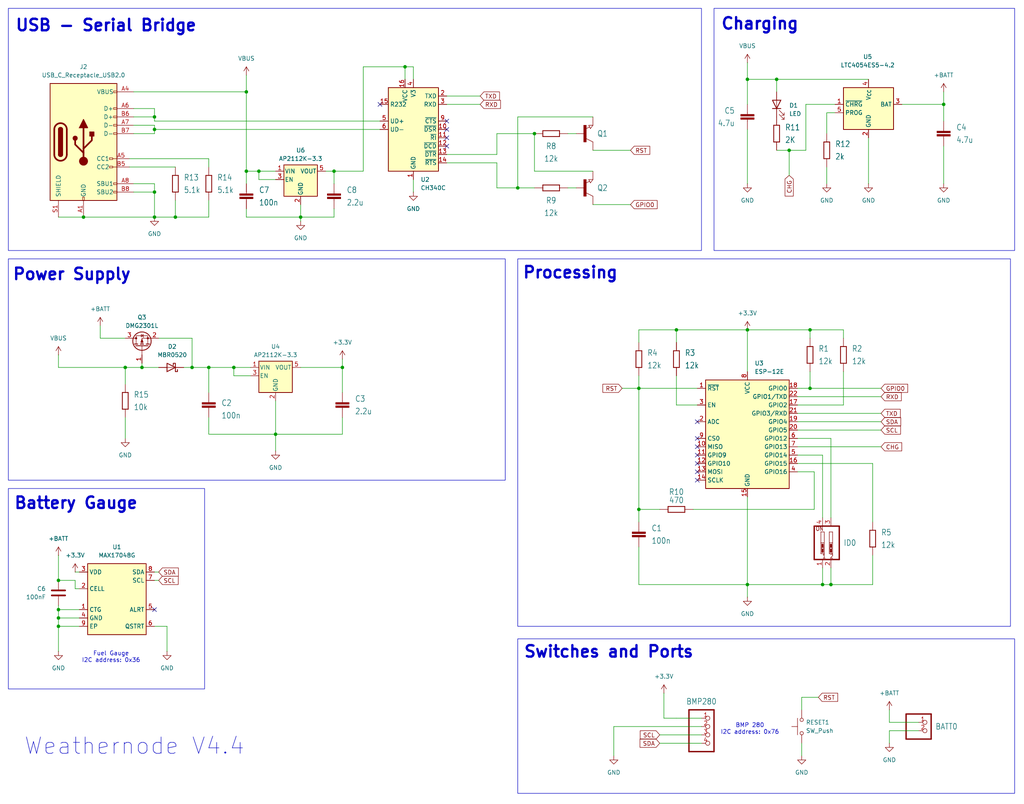
<source format=kicad_sch>
(kicad_sch (version 20250114) (generator "eeschema") (generator_version "9.0")
  (paper "User" 311.455 244.526)
  (lib_symbols
    (symbol "+BATT_1" (power) (pin_numbers (hide yes)) (pin_names (offset 0) (hide yes))
      (property "Value" "+BATT" (at 0 3.556 0))
      (symbol "+BATT_1_1_1"
        (pin power_in line (at 0 0 90) (length 0) (name "~") (number "1"))
      )
    )
    (symbol "Battery_Management:LTC4054ES5-4.2"
      (property "Reference" "U" (at -5.842 6.604 0))
      (property "Value" "LTC4054ES5-4.2" (at 1.524 6.604 0))
      (symbol "LTC4054ES5-4.2_1_1"
        (pin open_collector line (at -10.16 0 0) (length 2.54) (name "~{CHRG}") (number "1"))
        (pin bidirectional line (at -10.16 -2.54 0) (length 2.54) (name "PROG") (number "5"))
        (pin power_in line (at 0 7.62 270) (length 2.54) (name "V_{CC}") (number "4"))
        (pin power_in line (at 0 -10.16 90) (length 2.54) (name "GND") (number "2"))
        (pin power_out line (at 10.16 0 180) (length 2.54) (name "BAT") (number "3"))
      )
    )
    (symbol "Connector:USB_C_Receptacle_USB2.0" (pin_names (offset 1.016))
      (property "Reference" "J1" (at 0 22.86 0))
      (property "Value" "USB_C_Receptacle_USB2.0" (at 0 20.32 0))
      (symbol "USB_C_Receptacle_USB2.0_1_1"
        (pin passive line (at -7.62 -22.86 90) (length 5.08) (name "SHIELD") (number "S1"))
        (pin passive line (at 0 -22.86 90) (length 5.08) (name "GND") (number "A1"))
        (pin passive line (at 0 -22.86 90) (length 5.08) (hide yes) (name "GND") (number "A12"))
        (pin passive line (at 0 -22.86 90) (length 5.08) (hide yes) (name "GND") (number "B1"))
        (pin passive line (at 0 -22.86 90) (length 5.08) (hide yes) (name "GND") (number "B12"))
        (pin bidirectional line (at 13.97 -5.08 180) (length 5.08) (name "CC1") (number "A5"))
        (pin bidirectional line (at 13.97 -7.62 180) (length 5.08) (name "CC2") (number "B5"))
        (pin passive line (at 15.24 15.24 180) (length 5.08) (name "VBUS") (number "A4"))
        (pin passive line (at 15.24 15.24 180) (length 5.08) (hide yes) (name "VBUS") (number "A9"))
        (pin passive line (at 15.24 15.24 180) (length 5.08) (hide yes) (name "VBUS") (number "B4"))
        (pin passive line (at 15.24 15.24 180) (length 5.08) (hide yes) (name "VBUS") (number "B9"))
        (pin bidirectional line (at 15.24 10.16 180) (length 5.08) (name "D+") (number "A6"))
        (pin bidirectional line (at 15.24 7.62 180) (length 5.08) (name "D+") (number "B6"))
        (pin bidirectional line (at 15.24 5.08 180) (length 5.08) (name "D-") (number "A7"))
        (pin bidirectional line (at 15.24 2.54 180) (length 5.08) (name "D-") (number "B7"))
        (pin bidirectional line (at 15.24 -12.7 180) (length 5.08) (name "SBU1") (number "A8"))
        (pin bidirectional line (at 15.24 -15.24 180) (length 5.08) (name "SBU2") (number "B8"))
      )
    )
    (symbol "Device:C" (pin_numbers (hide yes)) (pin_names (offset 0.254))
      (property "Reference" "C" (at 0.635 2.54 0))
      (property "Value" "C" (at 0.635 -2.54 0))
      (symbol "C_1_1"
        (pin passive line (at 0 3.81 270) (length 2.794) (name "~") (number "1"))
        (pin passive line (at 0 -3.81 90) (length 2.794) (name "~") (number "2"))
      )
    )
    (symbol "Device:LED" (pin_numbers (hide yes)) (pin_names (offset 1.016) (hide yes))
      (property "Reference" "D" (at 0 2.54 0))
      (property "Value" "LED" (at 0 -2.54 0))
      (symbol "LED_1_1"
        (pin passive line (at -3.81 0 0) (length 2.54) (name "K") (number "1"))
        (pin passive line (at 3.81 0 180) (length 2.54) (name "A") (number "2"))
      )
    )
    (symbol "Diode:MBR0520" (pin_numbers (hide yes)) (pin_names (offset 1.016) (hide yes))
      (property "Reference" "D" (at 0 2.54 0))
      (property "Value" "MBR0520" (at 0 -2.54 0))
      (symbol "MBR0520_1_1"
        (pin passive line (at -3.81 0 0) (length 2.54) (name "K") (number "1"))
        (pin passive line (at 3.81 0 180) (length 2.54) (name "A") (number "2"))
      )
    )
    (symbol "GND_1" (power) (pin_numbers (hide yes)) (pin_names (offset 0) (hide yes))
      (property "Value" "GND" (at 0 -3.81 0))
      (symbol "GND_1_1_1"
        (pin power_in line (at 0 0 270) (length 0) (name "~") (number "1"))
      )
    )
    (symbol "Interface_USB:CH340C"
      (property "Reference" "U" (at -5.08 13.97 0))
      (property "Value" "CH340C" (at 1.27 13.97 0))
      (symbol "CH340C_1_1"
        (pin input line (at -10.16 7.62 0) (length 2.54) (name "R232") (number "15"))
        (pin bidirectional line (at -10.16 2.54 0) (length 2.54) (name "UD+") (number "5"))
        (pin bidirectional line (at -10.16 0 0) (length 2.54) (name "UD-") (number "6"))
        (pin no_connect line (at -7.62 -5.08 0) (length 2.54) (hide yes) (name "NC") (number "7"))
        (pin no_connect line (at -7.62 -7.62 0) (length 2.54) (hide yes) (name "NC") (number "8"))
        (pin power_in line (at -2.54 15.24 270) (length 2.54) (name "VCC") (number "16"))
        (pin power_out line (at 0 15.24 270) (length 2.54) (name "V3") (number "4"))
        (pin power_in line (at 0 -15.24 90) (length 2.54) (name "GND") (number "1"))
        (pin output line (at 10.16 10.16 180) (length 2.54) (name "TXD") (number "2"))
        (pin input line (at 10.16 7.62 180) (length 2.54) (name "RXD") (number "3"))
        (pin input line (at 10.16 2.54 180) (length 2.54) (name "~{CTS}") (number "9"))
        (pin input line (at 10.16 0 180) (length 2.54) (name "~{DSR}") (number "10"))
        (pin input line (at 10.16 -2.54 180) (length 2.54) (name "~{RI}") (number "11"))
        (pin input line (at 10.16 -5.08 180) (length 2.54) (name "~{DCD}") (number "12"))
        (pin output line (at 10.16 -7.62 180) (length 2.54) (name "~{DTR}") (number "13"))
        (pin output line (at 10.16 -10.16 180) (length 2.54) (name "~{RTS}") (number "14"))
      )
    )
    (symbol "RF_Module:ESP-12E"
      (property "Reference" "U" (at -12.7 19.05 0))
      (property "Value" "ESP-12E" (at 12.7 19.05 0))
      (symbol "ESP-12E_1_1"
        (pin input line (at -15.24 15.24 0) (length 2.54) (name "~{RST}") (number "1"))
        (pin input line (at -15.24 10.16 0) (length 2.54) (name "EN") (number "3"))
        (pin input line (at -15.24 5.08 0) (length 2.54) (name "ADC") (number "2"))
        (pin input line (at -15.24 0 0) (length 2.54) (name "CS0") (number "9"))
        (pin bidirectional line (at -15.24 -2.54 0) (length 2.54) (name "MISO") (number "10"))
        (pin bidirectional line (at -15.24 -5.08 0) (length 2.54) (name "GPIO9") (number "11"))
        (pin bidirectional line (at -15.24 -7.62 0) (length 2.54) (name "GPIO10") (number "12"))
        (pin bidirectional line (at -15.24 -10.16 0) (length 2.54) (name "MOSI") (number "13"))
        (pin bidirectional line (at -15.24 -12.7 0) (length 2.54) (name "SCLK") (number "14"))
        (pin power_in line (at 0 20.32 270) (length 2.54) (name "VCC") (number "8"))
        (pin power_in line (at 0 -17.78 90) (length 2.54) (name "GND") (number "15"))
        (pin bidirectional line (at 15.24 15.24 180) (length 2.54) (name "GPIO0") (number "18"))
        (pin bidirectional line (at 15.24 12.7 180) (length 2.54) (name "GPIO1/TXD") (number "22"))
        (pin bidirectional line (at 15.24 10.16 180) (length 2.54) (name "GPIO2") (number "17"))
        (pin bidirectional line (at 15.24 7.62 180) (length 2.54) (name "GPIO3/RXD") (number "21"))
        (pin bidirectional line (at 15.24 5.08 180) (length 2.54) (name "GPIO4") (number "19"))
        (pin bidirectional line (at 15.24 2.54 180) (length 2.54) (name "GPIO5") (number "20"))
        (pin bidirectional line (at 15.24 0 180) (length 2.54) (name "GPIO12") (number "6"))
        (pin bidirectional line (at 15.24 -2.54 180) (length 2.54) (name "GPIO13") (number "7"))
        (pin bidirectional line (at 15.24 -5.08 180) (length 2.54) (name "GPIO14") (number "5"))
        (pin bidirectional line (at 15.24 -7.62 180) (length 2.54) (name "GPIO15") (number "16"))
        (pin bidirectional line (at 15.24 -10.16 180) (length 2.54) (name "GPIO16") (number "4"))
      )
    )
    (symbol "Regulator_Linear:AP2112K-3.3" (pin_names (offset 0.254))
      (property "Reference" "U" (at -5.08 5.715 0))
      (property "Value" "AP2112K-3.3" (at 0 5.715 0))
      (symbol "AP2112K-3.3_1_1"
        (pin power_in line (at -7.62 2.54 0) (length 2.54) (name "VIN") (number "1"))
        (pin input line (at -7.62 0 0) (length 2.54) (name "EN") (number "3"))
        (pin power_in line (at 0 -7.62 90) (length 2.54) (name "GND") (number "2"))
        (pin no_connect line (at 5.08 0 180) (length 2.54) (hide yes) (name "NC") (number "4"))
        (pin power_out line (at 7.62 2.54 180) (length 2.54) (name "VOUT") (number "5"))
      )
    )
    (symbol "Switch:SW_Push" (pin_numbers (hide yes)) (pin_names (offset 1.016) (hide yes))
      (property "Reference" "SW" (at 1.27 2.54 0))
      (property "Value" "SW_Push" (at 0 -1.524 0))
      (symbol "SW_Push_0_1"
        (pin passive line (at -5.08 0 0) (length 2.54) (name "1") (number "1"))
        (pin passive line (at 5.08 0 180) (length 2.54) (name "2") (number "2"))
      )
    )
    (symbol "Transistor_FET:DMG2301L" (pin_names (hide yes))
      (property "Reference" "Q" (at 5.08 1.905 0))
      (property "Value" "DMG2301L" (at 5.08 0 0))
      (symbol "DMG2301L_1_1"
        (pin input line (at -5.08 0 0) (length 2.54) (name "G") (number "1"))
        (pin passive line (at 2.54 5.08 270) (length 2.54) (name "D") (number "3"))
        (pin passive line (at 2.54 -5.08 90) (length 2.54) (name "S") (number "2"))
      )
    )
    (symbol "Weathernode-eagle-import:C-EUC1210"
      (property "Reference" "C" (at 1.524 0.381 0))
      (symbol "C-EUC1210_1_0"
        (pin passive line (at 0 2.54 270) (length 2.54) (name "1") (number "1"))
        (pin passive line (at 0 -5.08 90) (length 2.54) (name "2") (number "2"))
      )
    )
    (symbol "Weathernode-eagle-import:NPN-TRANSISTOR_SOT23"
      (property "Reference" "Q" (at -10.16 7.62 0))
      (symbol "NPN-TRANSISTOR_SOT23_1_0"
        (pin passive line (at -2.54 0 0) (length 2.54) (name "B") (number "1"))
        (pin passive line (at 2.54 5.08 270) (length 2.54) (name "C") (number "3"))
        (pin passive line (at 2.54 -5.08 90) (length 2.54) (name "E") (number "2"))
      )
    )
    (symbol "Weathernode-eagle-import:PINHD-1X2"
      (property "Reference" "JP" (at -6.35 5.715 0))
      (symbol "PINHD-1X2_1_0"
        (pin passive inverted (at -2.54 2.54 0) (length 2.54) (name "1") (number "1"))
        (pin passive inverted (at -2.54 0 0) (length 2.54) (name "2") (number "2"))
      )
    )
    (symbol "Weathernode-eagle-import:PINHD-1X4"
      (property "Reference" "JP" (at -6.35 8.255 0))
      (symbol "PINHD-1X4_1_0"
        (pin passive inverted (at -2.54 5.08 0) (length 2.54) (name "1") (number "1"))
        (pin passive inverted (at -2.54 2.54 0) (length 2.54) (name "2") (number "2"))
        (pin passive inverted (at -2.54 0 0) (length 2.54) (name "3") (number "3"))
        (pin passive inverted (at -2.54 -2.54 0) (length 2.54) (name "4") (number "4"))
      )
    )
    (symbol "Weathernode-eagle-import:R-EU_R1206"
      (property "Reference" "R" (at -3.81 1.4986 0))
      (symbol "R-EU_R1206_1_0"
        (pin passive line (at -5.08 0 0) (length 2.54) (name "1") (number "1"))
        (pin passive line (at 5.08 0 180) (length 2.54) (name "2") (number "2"))
      )
    )
    (symbol "Weathernode-eagle-import:SW_DIP-2"
      (property "Reference" "SW" (at -5.08 3.175 0))
      (symbol "SW_DIP-2_1_0"
        (text "ON" (at -3.556 -4.699 900) (effects (font (size 1.27 1.0795)) (justify left bottom)))
        (text "2" (at 4.826 -0.381 900) (effects (font (size 1.27 1.0795)) (justify left bottom)))
        (text "1" (at 4.826 -2.667 900) (effects (font (size 1.27 1.0795)) (justify left bottom)))
        (pin passive line (at -7.62 0 0) (length 2.54) (name "3") (number "3"))
        (pin passive line (at -7.62 -2.54 0) (length 2.54) (name "4") (number "4"))
        (pin passive line (at 7.62 0 180) (length 2.54) (name "2") (number "2"))
        (pin passive line (at 7.62 -2.54 180) (length 2.54) (name "1") (number "1"))
      )
    )
    (symbol "omoteLib:MAX17048G"
      (property "Reference" "U" (at -8.89 12.7 0))
      (property "Value" "MAX17048G" (at -3.81 -11.43 0))
      (symbol "MAX17048G_1_1"
        (pin power_in line (at -11.43 8.89 0) (length 2.54) (name "VDD") (number "3"))
        (pin input line (at -11.43 3.81 0) (length 2.54) (name "CELL") (number "2"))
        (pin input line (at -11.43 -2.54 0) (length 2.54) (name "CTG") (number "1"))
        (pin power_in line (at -11.43 -5.08 0) (length 2.54) (name "GND") (number "4"))
        (pin output line (at -11.43 -7.62 0) (length 2.54) (name "EP") (number "9"))
        (pin bidirectional line (at 11.43 8.89 180) (length 2.54) (name "SDA") (number "8"))
        (pin bidirectional line (at 11.43 6.35 180) (length 2.54) (name "SCL") (number "7"))
        (pin output line (at 11.43 -2.54 180) (length 2.54) (name "ALRT") (number "5"))
        (pin input line (at 11.43 -7.62 180) (length 2.54) (name "QSTRT") (number "6"))
      )
    )
    (symbol "power:+3.3V" (power) (pin_numbers (hide yes)) (pin_names (offset 0) (hide yes))
      (property "Value" "+3.3V" (at 0 3.556 0))
      (symbol "+3.3V_1_1"
        (pin power_in line (at 0 0 90) (length 0) (name "~") (number "1"))
      )
    )
    (symbol "power:+BATT" (power) (pin_numbers (hide yes)) (pin_names (offset 0) (hide yes))
      (property "Value" "+BATT" (at 0 3.556 0))
      (symbol "+BATT_1_1"
        (pin power_in line (at 0 0 90) (length 0) (name "~") (number "1"))
      )
    )
    (symbol "power:VCC" (power) (pin_numbers (hide yes)) (pin_names (offset 0) (hide yes))
      (property "Value" "VCC" (at 0 3.556 0))
      (symbol "VCC_1_1"
        (pin power_in line (at 0 0 90) (length 0) (name "~") (number "1"))
      )
    )
  )
  (rectangle (start 2.54 78.74) (end 153.67 146.05))
  (rectangle (start 157.48 194.31) (end 308.61 241.3))
  (rectangle (start 217.17 2.54) (end 308.61 76.2))
  (rectangle (start 157.48 78.74) (end 307.34 190.5))
  (rectangle (start 2.54 148.59) (end 62.23 209.55))
  (rectangle (start 2.54 2.54) (end 213.36 76.2))
  (text "Weathernode V4.4" (at 40.894 227.076 0) (effects (font (size 5 5))))
  (text "Power Supply" (at 21.844 83.566 0) (effects (font (size 3.5 3.5) (thickness 0.7) (bold yes))))
  (text "BMP 280\nI2C address: 0x76" (at 228.092 223.52 0) (effects (font (size 1.27 1.27)) (justify bottom)))
  (text "Switches and Ports" (at 185.166 198.374 0) (effects (font (size 3.5 3.5) (thickness 0.7) (bold yes))))
  (text "Fuel Gauge\nI2C address: 0x36" (at 33.782 201.676 0) (effects (font (size 1.27 1.27)) (justify bottom)))
  (text "Charging" (at 231.14 7.366 0) (effects (font (size 3.5 3.5) (thickness 0.7) (bold yes))))
  (text "Processing" (at 173.482 83.058 0) (effects (font (size 3.5 3.5) (thickness 0.7) (bold yes))))
  (text "Battery Gauge" (at 23.114 153.162 0) (effects (font (size 3.5 3.5) (thickness 0.7) (bold yes))))
  (text "USB - Serial Bridge" (at 32.258 7.874 0) (effects (font (size 3.5 3.5) (thickness 0.7) (bold yes))))
  (junction (at 63.5 111.76))
  (junction (at 101.6 52.07))
  (junction (at 25.4 66.04))
  (junction (at 287.02 31.75))
  (junction (at 53.34 66.04))
  (junction (at 46.99 35.56))
  (junction (at 246.38 100.33))
  (junction (at 205.74 100.33))
  (junction (at 157.48 57.15))
  (junction (at 240.03 45.72))
  (junction (at 78.74 52.07))
  (junction (at 123.19 20.32))
  (junction (at 104.14 111.76))
  (junction (at 227.33 24.13))
  (junction (at 46.99 66.04))
  (junction (at 227.33 177.8))
  (junction (at 74.93 27.94))
  (junction (at 43.18 111.76))
  (junction (at 38.1 111.76))
  (junction (at 83.82 132.08))
  (junction (at 46.99 58.42))
  (junction (at 236.22 24.13))
  (junction (at 17.78 187.96))
  (junction (at 246.38 118.11))
  (junction (at 71.12 111.76))
  (junction (at 58.42 111.76))
  (junction (at 17.78 176.53))
  (junction (at 250.19 177.8))
  (junction (at 74.93 52.07))
  (junction (at 17.78 185.42))
  (junction (at 227.33 100.33))
  (junction (at 194.31 154.94))
  (junction (at 17.78 190.5))
  (junction (at 252.73 177.8))
  (junction (at 162.56 40.64))
  (junction (at 194.31 118.11))
  (junction (at 46.99 39.37))
  (junction (at 91.44 66.04))
  (no_connect (at 212.09 143.51))
  (no_connect (at 135.89 39.37))
  (no_connect (at 212.09 138.43))
  (no_connect (at 115.57 31.75))
  (no_connect (at 135.89 41.91))
  (no_connect (at 135.89 36.83))
  (no_connect (at 212.09 140.97))
  (no_connect (at 212.09 133.35))
  (no_connect (at 212.09 135.89))
  (no_connect (at 46.99 185.42))
  (no_connect (at 212.09 146.05))
  (no_connect (at 212.09 128.27))
  (no_connect (at 135.89 44.45))
  (wire (pts (xy 194.31 177.8) (xy 227.33 177.8)) (stroke (width 0.1524)))
  (wire (pts (xy 63.5 50.8) (xy 63.5 48.26)))
  (wire (pts (xy 48.26 102.87) (xy 58.42 102.87)))
  (wire (pts (xy 245.11 31.75) (xy 254 31.75)) (stroke (width 0.1524)))
  (wire (pts (xy 22.86 176.53) (xy 17.78 176.53)))
  (wire (pts (xy 227.33 100.33) (xy 205.74 100.33)))
  (wire (pts (xy 46.99 66.04) (xy 53.34 66.04)) (stroke (width 0.1524)))
  (wire (pts (xy 180.34 35.56) (xy 157.48 35.56)) (stroke (width 0.1524)))
  (wire (pts (xy 227.33 100.33) (xy 246.38 100.33)))
  (wire (pts (xy 40.64 27.94) (xy 74.93 27.94)))
  (wire (pts (xy 104.14 132.08) (xy 83.82 132.08)) (stroke (width 0.1524)))
  (wire (pts (xy 246.38 113.03) (xy 246.38 118.11)))
  (wire (pts (xy 264.16 41.91) (xy 264.16 55.88)) (stroke (width 0.1524)))
  (wire (pts (xy 242.57 125.73) (xy 267.97 125.73)))
  (wire (pts (xy 17.78 187.96) (xy 24.13 187.96)))
  (wire (pts (xy 63.5 127) (xy 63.5 132.08)) (stroke (width 0.1524)))
  (wire (pts (xy 151.13 40.64) (xy 151.13 46.99)) (stroke (width 0.1524)))
  (wire (pts (xy 71.12 111.76) (xy 76.2 111.76)) (stroke (width 0.1524)))
  (wire (pts (xy 242.57 135.89) (xy 267.97 135.89)))
  (wire (pts (xy 248.92 212.09) (xy 243.84 212.09)) (stroke (width 0.1524)))
  (wire (pts (xy 227.33 24.13) (xy 236.22 24.13)) (stroke (width 0.1524)))
  (wire (pts (xy 46.99 190.5) (xy 50.8 190.5)))
  (wire (pts (xy 236.22 24.13) (xy 264.16 24.13)) (stroke (width 0.1524)))
  (wire (pts (xy 40.64 55.88) (xy 46.99 55.88)))
  (wire (pts (xy 110.49 52.07) (xy 110.49 20.32)) (stroke (width 0.1524)))
  (wire (pts (xy 63.5 111.76) (xy 63.5 119.38)))
  (wire (pts (xy 17.78 190.5) (xy 17.78 198.12)))
  (wire (pts (xy 205.74 218.44) (xy 213.36 218.44)) (stroke (width 0.1524)))
  (wire (pts (xy 287.02 27.94) (xy 287.02 31.75)))
  (wire (pts (xy 180.34 52.07) (xy 162.56 52.07)) (stroke (width 0.1524)))
  (wire (pts (xy 256.54 100.33) (xy 256.54 102.87)))
  (wire (pts (xy 194.31 154.94) (xy 194.31 158.75)) (stroke (width 0.1524)))
  (wire (pts (xy 17.78 107.95) (xy 17.78 111.76)))
  (wire (pts (xy 46.99 173.99) (xy 48.26 173.99)))
  (wire (pts (xy 162.56 52.07) (xy 162.56 40.64)) (stroke (width 0.1524)))
  (wire (pts (xy 55.88 111.76) (xy 58.42 111.76)))
  (wire (pts (xy 205.74 114.3) (xy 205.74 123.19)))
  (wire (pts (xy 91.44 62.23) (xy 91.44 66.04)) (stroke (width 0.1524)))
  (wire (pts (xy 194.31 114.3) (xy 194.31 118.11)))
  (wire (pts (xy 151.13 57.15) (xy 157.48 57.15)))
  (wire (pts (xy 38.1 111.76) (xy 43.18 111.76)))
  (wire (pts (xy 243.84 226.06) (xy 243.84 229.87)) (stroke (width 0.1524)))
  (wire (pts (xy 151.13 46.99) (xy 135.89 46.99)) (stroke (width 0.1524)))
  (wire (pts (xy 243.84 118.11) (xy 246.38 118.11)))
  (wire (pts (xy 101.6 55.88) (xy 101.6 52.07)) (stroke (width 0.1524)))
  (wire (pts (xy 71.12 114.3) (xy 71.12 111.76)))
  (wire (pts (xy 270.51 222.25) (xy 279.4 222.25)) (stroke (width 0.1524)))
  (wire (pts (xy 17.78 66.04) (xy 25.4 66.04)))
  (wire (pts (xy 242.57 118.11) (xy 243.84 118.11)) (stroke (width 0.1524)))
  (wire (pts (xy 246.38 100.33) (xy 256.54 100.33)))
  (wire (pts (xy 242.57 143.51) (xy 247.65 143.51)))
  (wire (pts (xy 99.06 52.07) (xy 101.6 52.07)) (stroke (width 0.1524)))
  (wire (pts (xy 30.48 99.06) (xy 30.48 102.87)))
  (wire (pts (xy 17.78 185.42) (xy 24.13 185.42)))
  (wire (pts (xy 17.78 190.5) (xy 17.78 187.96)))
  (wire (pts (xy 123.19 20.32) (xy 125.73 20.32)))
  (wire (pts (xy 17.78 111.76) (xy 38.1 111.76)))
  (wire (pts (xy 287.02 44.45) (xy 287.02 55.88)) (stroke (width 0.1524)))
  (wire (pts (xy 242.57 123.19) (xy 256.54 123.19)))
  (wire (pts (xy 246.38 118.11) (xy 267.97 118.11)))
  (wire (pts (xy 25.4 66.04) (xy 46.99 66.04)) (stroke (width 0.1524)))
  (wire (pts (xy 191.77 45.72) (xy 180.34 45.72)))
  (wire (pts (xy 242.57 130.81) (xy 267.97 130.81)))
  (wire (pts (xy 46.99 39.37) (xy 46.99 40.64)))
  (wire (pts (xy 227.33 24.13) (xy 227.33 31.75)) (stroke (width 0.1524)))
  (wire (pts (xy 46.99 36.83) (xy 115.57 36.83)))
  (wire (pts (xy 270.51 226.06) (xy 270.51 222.25)) (stroke (width 0.1524)))
  (wire (pts (xy 135.89 29.21) (xy 146.05 29.21)))
  (wire (pts (xy 135.89 49.53) (xy 151.13 49.53)))
  (wire (pts (xy 162.56 40.64) (xy 151.13 40.64)) (stroke (width 0.1524)))
  (wire (pts (xy 250.19 138.43) (xy 242.57 138.43)) (stroke (width 0.1524)))
  (wire (pts (xy 104.14 109.22) (xy 104.14 111.76)) (stroke (width 0.1524)))
  (wire (pts (xy 251.46 34.29) (xy 254 34.29)) (stroke (width 0.1524)))
  (wire (pts (xy 252.73 172.72) (xy 252.73 177.8)) (stroke (width 0.1524)))
  (wire (pts (xy 205.74 100.33) (xy 205.74 104.14)))
  (wire (pts (xy 58.42 111.76) (xy 63.5 111.76)))
  (wire (pts (xy 250.19 138.43) (xy 250.19 157.48)) (stroke (width 0.1524)))
  (wire (pts (xy 39.37 50.8) (xy 53.34 50.8)))
  (wire (pts (xy 227.33 19.05) (xy 227.33 24.13)))
  (wire (pts (xy 53.34 60.96) (xy 53.34 66.04)))
  (wire (pts (xy 63.5 60.96) (xy 63.5 66.04)))
  (wire (pts (xy 274.32 31.75) (xy 287.02 31.75)) (stroke (width 0.1524)))
  (wire (pts (xy 58.42 102.87) (xy 58.42 111.76)))
  (wire (pts (xy 227.33 177.8) (xy 250.19 177.8)))
  (wire (pts (xy 242.57 128.27) (xy 267.97 128.27)))
  (wire (pts (xy 194.31 166.37) (xy 194.31 177.8)) (stroke (width 0.1524)))
  (wire (pts (xy 30.48 102.87) (xy 38.1 102.87)))
  (wire (pts (xy 43.18 111.76) (xy 48.26 111.76)))
  (wire (pts (xy 270.51 215.9) (xy 270.51 219.71)))
  (wire (pts (xy 246.38 102.87) (xy 246.38 100.33)))
  (wire (pts (xy 200.66 226.06) (xy 213.36 226.06)))
  (wire (pts (xy 125.73 24.13) (xy 125.73 20.32)))
  (wire (pts (xy 46.99 33.02) (xy 40.64 33.02)))
  (wire (pts (xy 242.57 140.97) (xy 265.43 140.97)))
  (wire (pts (xy 227.33 113.03) (xy 227.33 100.33)))
  (wire (pts (xy 46.99 36.83) (xy 46.99 35.56)))
  (wire (pts (xy 22.86 179.07) (xy 24.13 179.07)))
  (wire (pts (xy 186.69 220.98) (xy 213.36 220.98)))
  (wire (pts (xy 76.2 114.3) (xy 71.12 114.3)))
  (wire (pts (xy 250.19 172.72) (xy 250.19 177.8)) (stroke (width 0.1524)))
  (wire (pts (xy 46.99 39.37) (xy 115.57 39.37)))
  (wire (pts (xy 194.31 118.11) (xy 189.23 118.11)) (stroke (width 0.1524)))
  (wire (pts (xy 205.74 123.19) (xy 212.09 123.19)))
  (wire (pts (xy 242.57 120.65) (xy 267.97 120.65)))
  (wire (pts (xy 46.99 58.42) (xy 46.99 66.04)))
  (wire (pts (xy 101.6 52.07) (xy 110.49 52.07)) (stroke (width 0.1524)))
  (wire (pts (xy 151.13 49.53) (xy 151.13 57.15)))
  (wire (pts (xy 175.26 57.15) (xy 172.72 57.15)) (stroke (width 0.1524)))
  (wire (pts (xy 194.31 100.33) (xy 194.31 104.14)))
  (wire (pts (xy 236.22 45.72) (xy 240.03 45.72)) (stroke (width 0.1524)))
  (wire (pts (xy 91.44 66.04) (xy 91.44 67.31)) (stroke (width 0.1524)))
  (wire (pts (xy 48.26 176.53) (xy 46.99 176.53)))
  (wire (pts (xy 240.03 45.72) (xy 245.11 45.72)) (stroke (width 0.1524)))
  (wire (pts (xy 24.13 190.5) (xy 17.78 190.5)))
  (wire (pts (xy 104.14 119.38) (xy 104.14 111.76)) (stroke (width 0.1524)))
  (wire (pts (xy 40.64 38.1) (xy 46.99 38.1)))
  (wire (pts (xy 245.11 45.72) (xy 245.11 31.75)) (stroke (width 0.1524)))
  (wire (pts (xy 227.33 39.37) (xy 227.33 55.88)) (stroke (width 0.1524)))
  (wire (pts (xy 17.78 185.42) (xy 17.78 184.15)))
  (wire (pts (xy 74.93 63.5) (xy 74.93 66.04)) (stroke (width 0.1524)))
  (wire (pts (xy 252.73 133.35) (xy 242.57 133.35)) (stroke (width 0.1524)))
  (wire (pts (xy 91.44 111.76) (xy 104.14 111.76)) (stroke (width 0.1524)))
  (wire (pts (xy 104.14 127) (xy 104.14 132.08)) (stroke (width 0.1524)))
  (wire (pts (xy 200.66 154.94) (xy 194.31 154.94)))
  (wire (pts (xy 74.93 55.88) (xy 74.93 52.07)) (stroke (width 0.1524)))
  (wire (pts (xy 157.48 35.56) (xy 157.48 57.15)) (stroke (width 0.1524)))
  (wire (pts (xy 83.82 132.08) (xy 83.82 137.16)) (stroke (width 0.1524)))
  (wire (pts (xy 250.19 177.8) (xy 252.73 177.8)) (stroke (width 0.1524)))
  (wire (pts (xy 251.46 55.88) (xy 251.46 50.8)) (stroke (width 0.1524)))
  (wire (pts (xy 265.43 168.91) (xy 265.43 177.8)))
  (wire (pts (xy 175.26 40.64) (xy 172.72 40.64)) (stroke (width 0.1524)))
  (wire (pts (xy 53.34 66.04) (xy 63.5 66.04)) (stroke (width 0.1524)))
  (wire (pts (xy 38.1 111.76) (xy 38.1 116.84)))
  (wire (pts (xy 194.31 118.11) (xy 212.09 118.11)) (stroke (width 0.1524)))
  (wire (pts (xy 265.43 140.97) (xy 265.43 158.75)))
  (wire (pts (xy 74.93 52.07) (xy 78.74 52.07)) (stroke (width 0.1524)))
  (wire (pts (xy 227.33 151.13) (xy 227.33 177.8)))
  (wire (pts (xy 40.64 35.56) (xy 46.99 35.56)))
  (wire (pts (xy 101.6 63.5) (xy 101.6 66.04)) (stroke (width 0.1524)))
  (wire (pts (xy 39.37 48.26) (xy 63.5 48.26)))
  (wire (pts (xy 17.78 187.96) (xy 17.78 185.42)))
  (wire (pts (xy 38.1 127) (xy 38.1 133.35)))
  (wire (pts (xy 200.66 223.52) (xy 213.36 223.52)))
  (wire (pts (xy 191.77 62.23) (xy 180.34 62.23)))
  (wire (pts (xy 205.74 100.33) (xy 194.31 100.33)))
  (wire (pts (xy 201.93 210.82) (xy 201.93 218.44)))
  (wire (pts (xy 43.18 110.49) (xy 43.18 111.76)))
  (wire (pts (xy 83.82 54.61) (xy 78.74 54.61)))
  (wire (pts (xy 270.51 219.71) (xy 279.4 219.71)) (stroke (width 0.1524)))
  (wire (pts (xy 186.69 229.87) (xy 186.69 220.98)))
  (wire (pts (xy 210.82 154.94) (xy 247.65 154.94)))
  (wire (pts (xy 74.93 22.86) (xy 74.93 27.94)))
  (wire (pts (xy 78.74 54.61) (xy 78.74 52.07)))
  (wire (pts (xy 71.12 111.76) (xy 63.5 111.76)))
  (wire (pts (xy 46.99 39.37) (xy 46.99 38.1)))
  (wire (pts (xy 252.73 133.35) (xy 252.73 157.48)) (stroke (width 0.1524)))
  (wire (pts (xy 236.22 24.13) (xy 236.22 27.94)))
  (wire (pts (xy 74.93 27.94) (xy 74.93 52.07)))
  (wire (pts (xy 287.02 31.75) (xy 287.02 36.83)) (stroke (width 0.1524)))
  (wire (pts (xy 135.89 31.75) (xy 146.05 31.75)))
  (wire (pts (xy 252.73 177.8) (xy 265.43 177.8)) (stroke (width 0.1524)))
  (wire (pts (xy 46.99 40.64) (xy 40.64 40.64)))
  (wire (pts (xy 201.93 218.44) (xy 205.74 218.44)))
  (wire (pts (xy 101.6 66.04) (xy 91.44 66.04)) (stroke (width 0.1524)))
  (wire (pts (xy 227.33 177.8) (xy 227.33 181.61)) (stroke (width 0.1524)))
  (wire (pts (xy 83.82 121.92) (xy 83.82 132.08)) (stroke (width 0.1524)))
  (wire (pts (xy 46.99 33.02) (xy 46.99 35.56)))
  (wire (pts (xy 247.65 154.94) (xy 247.65 143.51)))
  (wire (pts (xy 63.5 132.08) (xy 83.82 132.08)) (stroke (width 0.1524)))
  (wire (pts (xy 78.74 52.07) (xy 83.82 52.07)) (stroke (width 0.1524)))
  (wire (pts (xy 22.86 179.07) (xy 22.86 176.53)))
  (wire (pts (xy 240.03 45.72) (xy 240.03 53.34)))
  (wire (pts (xy 46.99 55.88) (xy 46.99 58.42)))
  (wire (pts (xy 22.86 173.99) (xy 24.13 173.99)))
  (wire (pts (xy 40.64 58.42) (xy 46.99 58.42)))
  (wire (pts (xy 251.46 40.64) (xy 251.46 34.29)) (stroke (width 0.1524)))
  (wire (pts (xy 123.19 24.13) (xy 123.19 20.32)))
  (wire (pts (xy 74.93 66.04) (xy 91.44 66.04)) (stroke (width 0.1524)))
  (wire (pts (xy 243.84 212.09) (xy 243.84 215.9)) (stroke (width 0.1524)))
  (wire (pts (xy 194.31 118.11) (xy 194.31 154.94)) (stroke (width 0.1524)))
  (wire (pts (xy 256.54 123.19) (xy 256.54 113.03)))
  (wire (pts (xy 50.8 190.5) (xy 50.8 198.12)))
  (wire (pts (xy 110.49 20.32) (xy 123.19 20.32)) (stroke (width 0.1524)))
  (wire (pts (xy 125.73 54.61) (xy 125.73 58.42)))
  (wire (pts (xy 162.56 57.15) (xy 157.48 57.15)) (stroke (width 0.1524)))
  (wire (pts (xy 17.78 168.91) (xy 17.78 176.53)))
  (global_label "RST" (shape input) (at 248.92 212.09 0) (property "Intersheetrefs" "${INTERSHEET_REFS}" (effects (hide yes))))
  (global_label "GPIO0" (shape input) (at 267.97 118.11 0) (property "Intersheetrefs" "${INTERSHEET_REFS}" (effects (hide yes))))
  (global_label "SDA" (shape input) (at 48.26 173.99 0) (property "Intersheetrefs" "${INTERSHEET_REFS}" (effects (hide yes))))
  (global_label "RST" (shape input) (at 189.23 118.11 180) (property "Intersheetrefs" "${INTERSHEET_REFS}" (effects (hide yes))))
  (global_label "RXD" (shape input) (at 267.97 120.65 0) (property "Intersheetrefs" "${INTERSHEET_REFS}" (effects (hide yes))))
  (global_label "GPIO0" (shape input) (at 191.77 62.23 0) (property "Intersheetrefs" "${INTERSHEET_REFS}" (effects (hide yes))))
  (global_label "CHG" (shape input) (at 267.97 135.89 0) (property "Intersheetrefs" "${INTERSHEET_REFS}" (effects (hide yes))))
  (global_label "RST" (shape input) (at 191.77 45.72 0) (property "Intersheetrefs" "${INTERSHEET_REFS}" (effects (hide yes))))
  (global_label "CHG" (shape input) (at 240.03 53.34 270) (property "Intersheetrefs" "${INTERSHEET_REFS}" (effects (hide yes))))
  (global_label "TXD" (shape input) (at 267.97 125.73 0) (property "Intersheetrefs" "${INTERSHEET_REFS}" (effects (hide yes))))
  (global_label "SCL" (shape input) (at 200.66 223.52 180) (property "Intersheetrefs" "${INTERSHEET_REFS}" (effects (hide yes))))
  (global_label "SCL" (shape input) (at 48.26 176.53 0) (property "Intersheetrefs" "${INTERSHEET_REFS}" (effects (hide yes))))
  (global_label "TXD" (shape input) (at 146.05 29.21 0) (property "Intersheetrefs" "${INTERSHEET_REFS}" (effects (hide yes))))
  (global_label "SDA" (shape input) (at 267.97 128.27 0) (property "Intersheetrefs" "${INTERSHEET_REFS}" (effects (hide yes))))
  (global_label "RXD" (shape input) (at 146.05 31.75 0) (property "Intersheetrefs" "${INTERSHEET_REFS}" (effects (hide yes))))
  (global_label "SCL" (shape input) (at 267.97 130.81 0) (property "Intersheetrefs" "${INTERSHEET_REFS}" (effects (hide yes))))
  (global_label "SDA" (shape input) (at 200.66 226.06 180) (property "Intersheetrefs" "${INTERSHEET_REFS}" (effects (hide yes))))
  (symbol (lib_name "GND_1") (lib_id "power:GND") (at 50.8 198.12 0) (unit 1)
    (property "Reference" "#PWR03" (effects (hide yes)))
    (property "Value" "GND" (at 50.8 203.2 0))
    (property "Description" "Power symbol creates a global label with name \"GND\" , ground" (effects (hide yes)))
  )
  (symbol (lib_id "Weathernode-eagle-import:R-EU_R1206") (at 265.43 163.83 270) (unit 1)
    (property "Reference" "R5" (at 267.97 161.925 90) (effects (font (size 1.778 1.5113)) (justify left)))
    (property "Value" "12k" (at 267.97 165.735 90) (effects (font (size 1.778 1.5113)) (justify left)))
    (property "Footprint" "Resistor_SMD:R_1206_3216Metric" (effects (hide yes)))
  )
  (symbol (lib_name "GND_1") (lib_id "power:GND") (at 251.46 55.88 0) (unit 1)
    (property "Reference" "#PWR018" (effects (hide yes)))
    (property "Value" "GND" (at 251.46 60.96 0))
    (property "Description" "Power symbol creates a global label with name \"GND\" , ground" (effects (hide yes)))
  )
  (symbol (lib_name "GND_1") (lib_id "power:GND") (at 46.99 66.04 0) (unit 1)
    (property "Reference" "#PWR021" (effects (hide yes)))
    (property "Value" "GND" (at 46.99 71.12 0))
    (property "Description" "Power symbol creates a global label with name \"GND\" , ground" (effects (hide yes)))
  )
  (symbol (lib_id "Weathernode-eagle-import:C-EUC1210") (at 63.5 121.92 0) (unit 1)
    (property "Reference" "C2" (at 67.31 122.555 0) (effects (font (size 1.778 1.5113)) (justify left)))
    (property "Value" "100n" (at 67.31 126.365 0) (effects (font (size 1.778 1.5113)) (justify left)))
    (property "Footprint" "Capacitor_SMD:C_1206_3216Metric" (effects (hide yes)))
  )
  (symbol (lib_id "power:+3.3V") (at 227.33 100.33 0) (unit 1)
    (property "Reference" "#PWR011" (effects (hide yes)))
    (property "Value" "+3.3V" (at 227.33 95.25 0))
    (property "Description" "Power symbol creates a global label with name \"+3.3V\"" (effects (hide yes)))
  )
  (symbol (lib_id "Regulator_Linear:AP2112K-3.3") (at 91.44 54.61 0) (unit 1)
    (property "Reference" "U6" (at 91.44 45.72 0))
    (property "Value" "AP2112K-3.3" (at 91.44 48.26 0))
    (property "Footprint" "Package_TO_SOT_SMD:SOT-23-5" (effects (hide yes)))
    (property "Datasheet" "https://www.diodes.com/assets/Datasheets/AP2112.pdf" (effects (hide yes)))
  )
  (symbol (lib_id "Device:C") (at 17.78 180.34 0) (mirror y) (unit 1)
    (property "Reference" "C6" (at 13.97 179.0699 0) (effects (justify left)))
    (property "Value" "100nF" (at 13.97 181.6099 0) (effects (justify left)))
    (property "Footprint" "Capacitor_SMD:C_1206_3216Metric" (effects (hide yes)))
    (property "LCSC" "C1591" (effects (hide yes)))
  )
  (symbol (lib_name "GND_1") (lib_id "power:GND") (at 186.69 229.87 0) (unit 1)
    (property "Reference" "#PWR022" (effects (hide yes)))
    (property "Value" "GND" (at 186.69 234.95 0))
    (property "Description" "Power symbol creates a global label with name \"GND\" , ground" (effects (hide yes)))
  )
  (symbol (lib_id "power:+3.3V") (at 104.14 109.22 0) (unit 1)
    (property "Reference" "#PWR010" (effects (hide yes)))
    (property "Value" "+3.3V" (at 104.14 104.14 0))
    (property "Description" "Power symbol creates a global label with name \"+3.3V\"" (effects (hide yes)))
  )
  (symbol (lib_name "GND_1") (lib_id "power:GND") (at 83.82 137.16 0) (unit 1)
    (property "Reference" "#PWR015" (effects (hide yes)))
    (property "Value" "GND" (at 83.82 142.24 0))
    (property "Description" "Power symbol creates a global label with name \"GND\" , ground" (effects (hide yes)))
  )
  (symbol (lib_id "Weathernode-eagle-import:R-EU_R1206") (at 251.46 45.72 90) (unit 1)
    (property "Reference" "R12" (at 254 43.815 90) (effects (font (size 1.778 1.5113)) (justify right)))
    (property "Value" "2k" (at 254 47.625 90) (effects (font (size 1.778 1.5113)) (justify right)))
    (property "Footprint" "Resistor_SMD:R_1206_3216Metric" (effects (hide yes)))
  )
  (symbol (lib_id "Weathernode-eagle-import:R-EU_R1206") (at 53.34 55.88 270) (unit 1)
    (property "Reference" "R13" (at 55.88 53.975 90) (effects (font (size 1.778 1.5113)) (justify left)))
    (property "Value" "5.1k" (at 55.88 57.785 90) (effects (font (size 1.778 1.5113)) (justify left)))
    (property "Footprint" "Resistor_SMD:R_1206_3216Metric" (effects (hide yes)))
  )
  (symbol (lib_id "RF_Module:ESP-12E") (at 227.33 133.35 0) (unit 1)
    (property "Reference" "U3" (at 229.5241 110.49 0) (effects (justify left)))
    (property "Value" "ESP-12E" (at 229.5241 113.03 0) (effects (justify left)))
    (property "Footprint" "RF_Module:ESP-12E" (effects (hide yes)))
    (property "Datasheet" "http://wiki.ai-thinker.com/_media/esp8266/esp8266_series_modules_user_manual_v1.1.pdf" (effects (hide yes)))
  )
  (symbol (lib_id "Connector:USB_C_Receptacle_USB2.0") (at 25.4 43.18 0) (unit 1)
    (property "Reference" "J2" (at 25.4 20.32 0))
    (property "Value" "USB_C_Receptacle_USB2.0" (at 25.4 22.86 0))
    (property "Footprint" "Connector_USB:USB_C_Receptacle_HRO_TYPE-C-31-M-12" (effects (hide yes)))
    (property "Datasheet" "https://www.usb.org/sites/default/files/documents/usb_type-c.zip" (effects (hide yes)))
  )
  (symbol (lib_id "Weathernode-eagle-import:R-EU_R1206") (at 205.74 154.94 0) (unit 1)
    (property "Reference" "R10" (at 205.74 149.606 0) (effects (font (size 1.778 1.5113))))
    (property "Value" "470" (at 205.74 152.146 0) (effects (font (size 1.778 1.5113))))
    (property "Footprint" "Resistor_SMD:R_1206_3216Metric" (effects (hide yes)))
  )
  (symbol (lib_id "Weathernode-eagle-import:R-EU_R1206") (at 38.1 121.92 270) (unit 1)
    (property "Reference" "R15" (at 40.64 120.015 90) (effects (font (size 1.778 1.5113)) (justify left)))
    (property "Value" "10k" (at 40.64 123.825 90) (effects (font (size 1.778 1.5113)) (justify left)))
    (property "Footprint" "Resistor_SMD:R_1206_3216Metric" (effects (hide yes)))
  )
  (symbol (lib_id "power:+BATT") (at 287.02 27.94 0) (unit 1)
    (property "Reference" "#PWR05" (effects (hide yes)))
    (property "Value" "+BATT" (at 287.02 22.86 0))
    (property "Description" "Power symbol creates a global label with name \"+BATT\"" (effects (hide yes)))
  )
  (symbol (lib_id "Weathernode-eagle-import:NPN-TRANSISTOR_SOT23") (at 177.8 40.64 0) (mirror x) (unit 1)
    (property "Reference" "Q1" (at 181.61 40.64 0) (effects (font (size 1.778 1.5113)) (justify left)))
    (property "Value" "NPN-TRANSISTOR_SOT23" (effects (hide yes)))
    (property "Footprint" "Package_TO_SOT_SMD:SOT-23-3" (effects (hide yes)))
  )
  (symbol (lib_id "Regulator_Linear:AP2112K-3.3") (at 83.82 114.3 0) (unit 1)
    (property "Reference" "U4" (at 83.82 105.41 0))
    (property "Value" "AP2112K-3.3" (at 83.82 107.95 0))
    (property "Footprint" "Package_TO_SOT_SMD:SOT-23-5" (effects (hide yes)))
    (property "Datasheet" "https://www.diodes.com/assets/Datasheets/AP2112.pdf" (effects (hide yes)))
  )
  (symbol (lib_name "GND_1") (lib_id "power:GND") (at 91.44 67.31 0) (unit 1)
    (property "Reference" "#PWR014" (effects (hide yes)))
    (property "Value" "GND" (at 91.44 72.39 0))
    (property "Description" "Power symbol creates a global label with name \"GND\" , ground" (effects (hide yes)))
  )
  (symbol (lib_name "GND_1") (lib_id "power:GND") (at 287.02 55.88 0) (unit 1)
    (property "Reference" "#PWR019" (effects (hide yes)))
    (property "Value" "GND" (at 287.02 60.96 0))
    (property "Description" "Power symbol creates a global label with name \"GND\" , ground" (effects (hide yes)))
  )
  (symbol (lib_name "+BATT_1") (lib_id "power:+BATT") (at 17.78 168.91 0) (unit 1)
    (property "Reference" "#PWR013" (effects (hide yes)))
    (property "Value" "+BATT" (at 17.78 163.83 0))
    (property "Description" "Power symbol creates a global label with name \"+BATT\"" (effects (hide yes)))
  )
  (symbol (lib_id "power:+3.3V") (at 22.86 173.99 0) (unit 1)
    (property "Reference" "#PWR026" (effects (hide yes)))
    (property "Value" "+3.3V" (at 22.86 168.91 0))
    (property "Description" "Power symbol creates a global label with name \"+3.3V\"" (effects (hide yes)))
  )
  (symbol (lib_id "Weathernode-eagle-import:PINHD-1X4") (at 215.9 223.52 0) (unit 1)
    (property "Reference" "BMP280" (at 213.36 213.36 0) (effects (font (size 1.778 1.5113))))
    (property "Value" "PINHD-1X4" (effects (hide yes)))
    (property "Footprint" "Connector_PinHeader_2.54mm:PinHeader_1x04_P2.54mm_Vertical" (effects (hide yes)))
  )
  (symbol (lib_id "Weathernode-eagle-import:C-EUC1210") (at 194.31 161.29 0) (unit 1)
    (property "Reference" "C1" (at 198.12 160.655 0) (effects (font (size 1.778 1.5113)) (justify left)))
    (property "Value" "100n" (at 198.12 164.465 0) (effects (font (size 1.778 1.5113)) (justify left)))
    (property "Footprint" "Capacitor_SMD:C_1206_3216Metric" (effects (hide yes)))
  )
  (symbol (lib_id "Weathernode-eagle-import:R-EU_R1206") (at 236.22 40.64 90) (unit 1)
    (property "Reference" "R11" (at 238.76 38.735 90) (effects (font (size 1.778 1.5113)) (justify right)))
    (property "Value" "2K" (at 238.76 42.545 90) (effects (font (size 1.778 1.5113)) (justify right)))
    (property "Footprint" "Resistor_SMD:R_1206_3216Metric" (effects (hide yes)))
  )
  (symbol (lib_id "Weathernode-eagle-import:SW_DIP-2") (at 252.73 165.1 270) (unit 1)
    (property "Reference" "ID0" (at 256.54 165.1 90) (effects (font (size 1.778 1.5113)) (justify left)))
    (property "Value" "SW_DIP-2" (effects (hide yes)))
    (property "Footprint" "Button_Switch_SMD:SW_DIP_SPSTx02_Slide_6.7x6.64mm_W6.73mm_P2.54mm_LowProfile_JPin" (effects (hide yes)))
  )
  (symbol (lib_name "GND_1") (lib_id "power:GND") (at 243.84 229.87 0) (unit 1)
    (property "Reference" "#PWR023" (effects (hide yes)))
    (property "Value" "GND" (at 243.84 234.95 0))
    (property "Description" "Power symbol creates a global label with name \"GND\" , ground" (effects (hide yes)))
  )
  (symbol (lib_id "Diode:MBR0520") (at 52.07 111.76 180) (unit 1)
    (property "Reference" "D2" (at 52.3875 105.41 0))
    (property "Value" "MBR0520" (at 52.3875 107.95 0))
    (property "Footprint" "Diode_SMD:D_SOD-123" (effects (hide yes)))
    (property "Datasheet" "http://www.mccsemi.com/up_pdf/MBR0520~MBR0580(SOD123).pdf" (effects (hide yes)))
    (property "Description" "20V 0.5A Schottky Power Rectifier Diode, SOD-123" (effects (hide yes)))
  )
  (symbol (lib_name "GND_1") (lib_id "power:GND") (at 227.33 55.88 0) (unit 1)
    (property "Reference" "#PWR016" (effects (hide yes)))
    (property "Value" "GND" (at 227.33 60.96 0))
    (property "Description" "Power symbol creates a global label with name \"GND\" , ground" (effects (hide yes)))
  )
  (symbol (lib_name "GND_1") (lib_id "power:GND") (at 227.33 181.61 0) (unit 1)
    (property "Reference" "#PWR025" (effects (hide yes)))
    (property "Value" "GND" (at 227.33 186.69 0))
    (property "Description" "Power symbol creates a global label with name \"GND\" , ground" (effects (hide yes)))
  )
  (symbol (lib_id "Weathernode-eagle-import:C-EUC1210") (at 227.33 34.29 0) (unit 1)
    (property "Reference" "C5" (at 223.52 33.655 0) (effects (font (size 1.778 1.5113)) (justify right)))
    (property "Value" "4.7u" (at 223.52 37.465 0) (effects (font (size 1.778 1.5113)) (justify right)))
    (property "Footprint" "Capacitor_SMD:C_1206_3216Metric" (effects (hide yes)))
  )
  (symbol (lib_id "Weathernode-eagle-import:NPN-TRANSISTOR_SOT23") (at 177.8 57.15 0) (mirror x) (unit 1)
    (property "Reference" "Q2" (at 181.61 57.15 0) (effects (font (size 1.778 1.5113)) (justify left)))
    (property "Value" "NPN-TRANSISTOR_SOT23" (effects (hide yes)))
    (property "Footprint" "Package_TO_SOT_SMD:SOT-23-3" (effects (hide yes)))
  )
  (symbol (lib_id "Weathernode-eagle-import:R-EU_R1206") (at 246.38 107.95 90) (unit 1)
    (property "Reference" "R1" (at 248.92 106.045 90) (effects (font (size 1.778 1.5113)) (justify right)))
    (property "Value" "12k" (at 248.92 109.855 90) (effects (font (size 1.778 1.5113)) (justify right)))
    (property "Footprint" "Resistor_SMD:R_1206_3216Metric" (effects (hide yes)))
  )
  (symbol (lib_id "power:+3.3V") (at 201.93 210.82 0) (unit 1)
    (property "Reference" "#PWR012" (effects (hide yes)))
    (property "Value" "+3.3V" (at 201.93 205.74 0))
    (property "Description" "Power symbol creates a global label with name \"+3.3V\"" (effects (hide yes)))
  )
  (symbol (lib_name "+BATT_1") (lib_id "power:+BATT") (at 30.48 99.06 0) (unit 1)
    (property "Reference" "#PWR029" (effects (hide yes)))
    (property "Value" "+BATT" (at 30.48 93.98 0))
    (property "Description" "Power symbol creates a global label with name \"+BATT\"" (effects (hide yes)))
  )
  (symbol (lib_id "omoteLib:MAX17048G") (at 35.56 182.88 0) (unit 1)
    (property "Reference" "U1" (at 35.56 166.37 0))
    (property "Value" "MAX17048G" (at 35.56 168.91 0))
    (property "Footprint" "Package_DFN_QFN:TDFN-8-1EP_2x2mm_P0.5mm_EP0.8x1.2mm" (effects (hide yes)))
    (property "Datasheet" "https://www.analog.com/media/en/technical-documentation/data-sheets/max17048-max17049.pdf" (effects (hide yes)))
    (property "LCSC" "C2682616" (effects (hide yes)))
  )
  (symbol (lib_id "Weathernode-eagle-import:R-EU_R1206") (at 167.64 40.64 0) (mirror y) (unit 1)
    (property "Reference" "R8" (at 167.64 44.45 0) (effects (font (size 1.778 1.5113))))
    (property "Value" "12k" (at 167.64 48.26 0) (effects (font (size 1.778 1.5113))))
    (property "Footprint" "Resistor_SMD:R_1206_3216Metric" (effects (hide yes)))
  )
  (symbol (lib_id "power:VCC") (at 74.93 22.86 0) (unit 1)
    (property "Reference" "#PWR01" (effects (hide yes)))
    (property "Value" "VBUS" (at 74.93 17.78 0))
    (property "Description" "Power symbol creates a global label with name \"VCC\"" (effects (hide yes)))
  )
  (symbol (lib_id "Interface_USB:CH340C") (at 125.73 39.37 0) (unit 1)
    (property "Reference" "U2" (at 127.9241 54.61 0) (effects (justify left)))
    (property "Value" "CH340C" (at 127.9241 57.15 0) (effects (justify left)))
    (property "Footprint" "Package_SO:SOIC-16_3.9x9.9mm_P1.27mm" (effects (hide yes)))
    (property "Datasheet" "https://datasheet.lcsc.com/szlcsc/Jiangsu-Qin-Heng-CH340C_C84681.pdf" (effects (hide yes)))
    (property "Description" "USB serial converter, crystal-less, UART, SOIC-16" (effects (hide yes)))
  )
  (symbol (lib_id "Weathernode-eagle-import:R-EU_R1206") (at 205.74 109.22 270) (unit 1)
    (property "Reference" "R3" (at 208.28 107.315 90) (effects (font (size 1.778 1.5113)) (justify left)))
    (property "Value" "12k" (at 208.28 111.125 90) (effects (font (size 1.778 1.5113)) (justify left)))
    (property "Footprint" "Resistor_SMD:R_1206_3216Metric" (effects (hide yes)))
  )
  (symbol (lib_id "power:VCC") (at 227.33 19.05 0) (unit 1)
    (property "Reference" "#PWR028" (effects (hide yes)))
    (property "Value" "VBUS" (at 227.33 13.97 0))
    (property "Description" "Power symbol creates a global label with name \"VCC\"" (effects (hide yes)))
  )
  (symbol (lib_name "GND_1") (lib_id "power:GND") (at 270.51 226.06 0) (unit 1)
    (property "Reference" "#PWR024" (effects (hide yes)))
    (property "Value" "GND" (at 270.51 231.14 0))
    (property "Description" "Power symbol creates a global label with name \"GND\" , ground" (effects (hide yes)))
  )
  (symbol (lib_id "Weathernode-eagle-import:C-EUC1210") (at 74.93 58.42 0) (unit 1)
    (property "Reference" "C7" (at 78.74 57.785 0) (effects (font (size 1.778 1.5113)) (justify left)))
    (property "Value" "100n" (at 78.74 61.595 0) (effects (font (size 1.778 1.5113)) (justify left)))
    (property "Footprint" "Capacitor_SMD:C_1206_3216Metric" (effects (hide yes)))
  )
  (symbol (lib_id "power:VCC") (at 17.78 107.95 0) (unit 1)
    (property "Reference" "#PWR06" (effects (hide yes)))
    (property "Value" "VBUS" (at 17.78 102.87 0))
    (property "Description" "Power symbol creates a global label with name \"VCC\"" (effects (hide yes)))
  )
  (symbol (lib_id "Weathernode-eagle-import:C-EUC1210") (at 287.02 39.37 0) (unit 1)
    (property "Reference" "C4" (at 290.83 38.735 0) (effects (font (size 1.778 1.5113)) (justify left)))
    (property "Value" "4.7u" (at 290.83 42.545 0) (effects (font (size 1.778 1.5113)) (justify left)))
    (property "Footprint" "Capacitor_SMD:C_1206_3216Metric" (effects (hide yes)))
  )
  (symbol (lib_id "Weathernode-eagle-import:R-EU_R1206") (at 194.31 109.22 270) (unit 1)
    (property "Reference" "R4" (at 196.85 107.315 90) (effects (font (size 1.778 1.5113)) (justify left)))
    (property "Value" "12k" (at 196.85 111.125 90) (effects (font (size 1.778 1.5113)) (justify left)))
    (property "Footprint" "Resistor_SMD:R_1206_3216Metric" (effects (hide yes)))
  )
  (symbol (lib_id "Transistor_FET:DMG2301L") (at 43.18 105.41 90) (unit 1)
    (property "Reference" "Q3" (at 43.18 96.52 90))
    (property "Value" "DMG2301L" (at 43.18 99.06 90))
    (property "Footprint" "Package_TO_SOT_SMD:SOT-23" (effects (hide yes)))
    (property "Datasheet" "https://www.diodes.com/assets/Datasheets/DMG2301L.pdf" (effects (hide yes)))
    (property "Description" "-3A Id, -20V Vds, P-Channel MOSFET, SOT-23" (effects (hide yes)))
  )
  (symbol (lib_id "Weathernode-eagle-import:R-EU_R1206") (at 63.5 55.88 270) (unit 1)
    (property "Reference" "R14" (at 66.04 53.975 90) (effects (font (size 1.778 1.5113)) (justify left)))
    (property "Value" "5.1k" (at 66.04 57.785 90) (effects (font (size 1.778 1.5113)) (justify left)))
    (property "Footprint" "Resistor_SMD:R_1206_3216Metric" (effects (hide yes)))
  )
  (symbol (lib_name "GND_1") (lib_id "power:GND") (at 125.73 58.42 0) (unit 1)
    (property "Reference" "#PWR020" (effects (hide yes)))
    (property "Value" "GND" (at 125.73 63.5 0))
    (property "Description" "Power symbol creates a global label with name \"GND\" , ground" (effects (hide yes)))
  )
  (symbol (lib_id "Weathernode-eagle-import:R-EU_R1206") (at 167.64 57.15 0) (mirror y) (unit 1)
    (property "Reference" "R9" (at 167.64 60.96 0) (effects (font (size 1.778 1.5113))))
    (property "Value" "12k" (at 167.64 64.77 0) (effects (font (size 1.778 1.5113))))
    (property "Footprint" "Resistor_SMD:R_1206_3216Metric" (effects (hide yes)))
  )
  (symbol (lib_id "Battery_Management:LTC4054ES5-4.2") (at 264.16 31.75 0) (unit 1)
    (property "Reference" "U5" (at 263.906 17.272 0))
    (property "Value" "LTC4054ES5-4.2" (at 263.906 19.812 0))
    (property "Footprint" "Package_TO_SOT_SMD:TSOT-23-5" (effects (hide yes)))
    (property "Datasheet" "https://www.analog.com/media/en/technical-documentation/data-sheets/405442xf.pdf" (effects (hide yes)))
    (property "Description" "Constant-current/constant-voltage linear charger for single cell lithium-ion batteries with 2.9V Trickle Charge, 4.5V to 6.5V VDD, -40 to +85 degree Celsius, TSOT-23-5" (effects (hide yes)))
  )
  (symbol (lib_name "GND_1") (lib_id "power:GND") (at 17.78 198.12 0) (unit 1)
    (property "Reference" "#PWR02" (effects (hide yes)))
    (property "Value" "GND" (at 17.78 203.2 0))
    (property "Description" "Power symbol creates a global label with name \"GND\" , ground" (effects (hide yes)))
  )
  (symbol (lib_id "Weathernode-eagle-import:PINHD-1X2") (at 281.94 222.25 0) (unit 1)
    (property "Reference" "BATT0" (at 284.48 220.98 0) (effects (font (size 1.778 1.5113)) (justify left)))
    (property "Value" "PINHD-1X2" (effects (hide yes)))
    (property "Footprint" "B2B_PH_SM4_TB:JST_B2B-PH-SM4-TB" (effects (hide yes)))
  )
  (symbol (lib_name "+BATT_1") (lib_id "power:+BATT") (at 270.51 215.9 0) (unit 1)
    (property "Reference" "#PWR04" (effects (hide yes)))
    (property "Value" "+BATT" (at 270.51 210.82 0))
    (property "Description" "Power symbol creates a global label with name \"+BATT\"" (effects (hide yes)))
  )
  (symbol (lib_id "Weathernode-eagle-import:C-EUC1210") (at 104.14 121.92 0) (unit 1)
    (property "Reference" "C3" (at 107.95 121.285 0) (effects (font (size 1.778 1.5113)) (justify left)))
    (property "Value" "2.2u" (at 107.95 125.095 0) (effects (font (size 1.778 1.5113)) (justify left)))
    (property "Footprint" "Capacitor_SMD:C_1206_3216Metric" (effects (hide yes)))
  )
  (symbol (lib_id "Device:LED") (at 236.22 31.75 90) (unit 1)
    (property "Reference" "D1" (at 240.03 32.0674 90) (effects (justify right)))
    (property "Value" "LED" (at 240.03 34.6074 90) (effects (justify right)))
    (property "Footprint" "LED_SMD:LED_1206_3216Metric" (effects (hide yes)))
    (property "Description" "Light emitting diode" (effects (hide yes)))
  )
  (symbol (lib_id "Weathernode-eagle-import:R-EU_R1206") (at 256.54 107.95 90) (unit 1)
    (property "Reference" "R2" (at 259.08 106.045 90) (effects (font (size 1.778 1.5113)) (justify right)))
    (property "Value" "12k" (at 259.08 109.855 90) (effects (font (size 1.778 1.5113)) (justify right)))
    (property "Footprint" "Resistor_SMD:R_1206_3216Metric" (effects (hide yes)))
  )
  (symbol (lib_id "Switch:SW_Push") (at 243.84 220.98 90) (unit 1)
    (property "Reference" "RESET1" (at 245.11 219.7099 90) (effects (justify right)))
    (property "Value" "SW_Push" (at 245.11 222.2499 90) (effects (justify right)))
    (property "Footprint" "Button_Switch_SMD:SW_SPST_TL3342" (effects (hide yes)))
    (property "Description" "Push button switch, generic, two pins" (effects (hide yes)))
  )
  (symbol (lib_name "GND_1") (lib_id "power:GND") (at 38.1 133.35 0) (unit 1)
    (property "Reference" "#PWR030" (effects (hide yes)))
    (property "Value" "GND" (at 38.1 138.43 0))
    (property "Description" "Power symbol creates a global label with name \"GND\" , ground" (effects (hide yes)))
  )
  (symbol (lib_id "Weathernode-eagle-import:C-EUC1210") (at 101.6 58.42 0) (unit 1)
    (property "Reference" "C8" (at 105.41 57.785 0) (effects (font (size 1.778 1.5113)) (justify left)))
    (property "Value" "2.2u" (at 105.41 61.595 0) (effects (font (size 1.778 1.5113)) (justify left)))
    (property "Footprint" "Capacitor_SMD:C_1206_3216Metric" (effects (hide yes)))
  )
  (symbol (lib_name "GND_1") (lib_id "power:GND") (at 264.16 55.88 0) (unit 1)
    (property "Reference" "#PWR017" (effects (hide yes)))
    (property "Value" "GND" (at 264.16 60.96 0))
    (property "Description" "Power symbol creates a global label with name \"GND\" , ground" (effects (hide yes)))
  )
)
</source>
